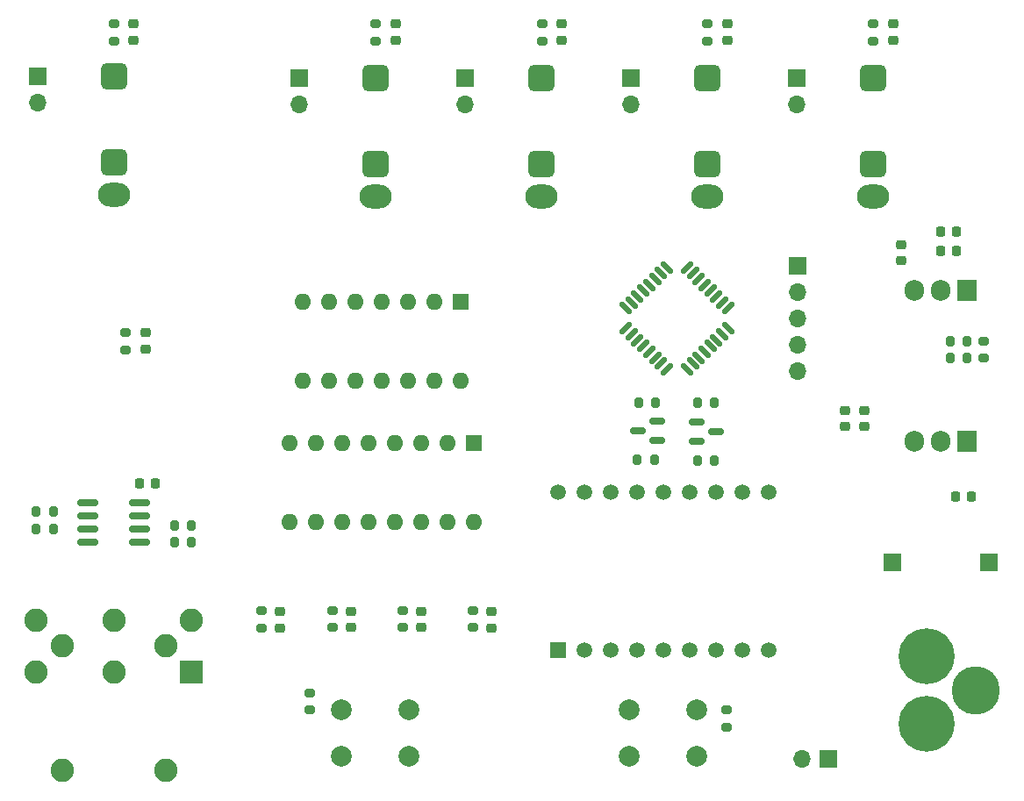
<source format=gbr>
%TF.GenerationSoftware,KiCad,Pcbnew,7.0.7*%
%TF.CreationDate,2023-11-07T21:09:30+00:00*%
%TF.ProjectId,clock_divider,636c6f63-6b5f-4646-9976-696465722e6b,rev?*%
%TF.SameCoordinates,Original*%
%TF.FileFunction,Soldermask,Top*%
%TF.FilePolarity,Negative*%
%FSLAX46Y46*%
G04 Gerber Fmt 4.6, Leading zero omitted, Abs format (unit mm)*
G04 Created by KiCad (PCBNEW 7.0.7) date 2023-11-07 21:09:30*
%MOMM*%
%LPD*%
G01*
G04 APERTURE LIST*
G04 Aperture macros list*
%AMRoundRect*
0 Rectangle with rounded corners*
0 $1 Rounding radius*
0 $2 $3 $4 $5 $6 $7 $8 $9 X,Y pos of 4 corners*
0 Add a 4 corners polygon primitive as box body*
4,1,4,$2,$3,$4,$5,$6,$7,$8,$9,$2,$3,0*
0 Add four circle primitives for the rounded corners*
1,1,$1+$1,$2,$3*
1,1,$1+$1,$4,$5*
1,1,$1+$1,$6,$7*
1,1,$1+$1,$8,$9*
0 Add four rect primitives between the rounded corners*
20,1,$1+$1,$2,$3,$4,$5,0*
20,1,$1+$1,$4,$5,$6,$7,0*
20,1,$1+$1,$6,$7,$8,$9,0*
20,1,$1+$1,$8,$9,$2,$3,0*%
G04 Aperture macros list end*
%ADD10RoundRect,0.225000X0.250000X-0.225000X0.250000X0.225000X-0.250000X0.225000X-0.250000X-0.225000X0*%
%ADD11RoundRect,0.225000X-0.225000X-0.250000X0.225000X-0.250000X0.225000X0.250000X-0.225000X0.250000X0*%
%ADD12C,1.500000*%
%ADD13R,1.500000X1.500000*%
%ADD14R,1.700000X1.700000*%
%ADD15O,1.700000X1.700000*%
%ADD16RoundRect,0.650000X-0.650000X-0.650000X0.650000X-0.650000X0.650000X0.650000X-0.650000X0.650000X0*%
%ADD17O,3.100000X2.300000*%
%ADD18RoundRect,0.218750X-0.256250X0.218750X-0.256250X-0.218750X0.256250X-0.218750X0.256250X0.218750X0*%
%ADD19RoundRect,0.218750X0.256250X-0.218750X0.256250X0.218750X-0.256250X0.218750X-0.256250X-0.218750X0*%
%ADD20RoundRect,0.200000X-0.200000X-0.275000X0.200000X-0.275000X0.200000X0.275000X-0.200000X0.275000X0*%
%ADD21C,2.000000*%
%ADD22R,1.600000X1.600000*%
%ADD23O,1.600000X1.600000*%
%ADD24RoundRect,0.125000X0.353553X-0.530330X0.530330X-0.353553X-0.353553X0.530330X-0.530330X0.353553X0*%
%ADD25RoundRect,0.125000X-0.353553X-0.530330X0.530330X0.353553X0.353553X0.530330X-0.530330X-0.353553X0*%
%ADD26RoundRect,0.200000X0.275000X-0.200000X0.275000X0.200000X-0.275000X0.200000X-0.275000X-0.200000X0*%
%ADD27RoundRect,0.200000X-0.275000X0.200000X-0.275000X-0.200000X0.275000X-0.200000X0.275000X0.200000X0*%
%ADD28RoundRect,0.200000X0.200000X0.275000X-0.200000X0.275000X-0.200000X-0.275000X0.200000X-0.275000X0*%
%ADD29O,1.905000X2.000000*%
%ADD30R,1.905000X2.000000*%
%ADD31C,4.650000*%
%ADD32C,5.385000*%
%ADD33RoundRect,0.150000X0.587500X0.150000X-0.587500X0.150000X-0.587500X-0.150000X0.587500X-0.150000X0*%
%ADD34RoundRect,0.150000X-0.587500X-0.150000X0.587500X-0.150000X0.587500X0.150000X-0.587500X0.150000X0*%
%ADD35RoundRect,0.150000X-0.825000X-0.150000X0.825000X-0.150000X0.825000X0.150000X-0.825000X0.150000X0*%
%ADD36R,2.250000X2.250000*%
%ADD37C,2.250000*%
G04 APERTURE END LIST*
D10*
%TO.C,C4*%
X178000000Y-62785000D03*
X178000000Y-61235000D03*
%TD*%
D11*
%TO.C,C5*%
X184775000Y-85500000D03*
X183225000Y-85500000D03*
%TD*%
D10*
%TO.C,C7*%
X174380000Y-78785000D03*
X174380000Y-77235000D03*
%TD*%
D11*
%TO.C,C11*%
X181785000Y-61835000D03*
X183335000Y-61835000D03*
%TD*%
D12*
%TO.C,U6*%
X144870000Y-85140000D03*
X147410000Y-85140000D03*
X149950000Y-85140000D03*
X152490000Y-85140000D03*
X155030000Y-85140000D03*
X157570000Y-85140000D03*
X160110000Y-85140000D03*
X162650000Y-85140000D03*
X165190000Y-85140000D03*
X165190000Y-100380000D03*
X162650000Y-100380000D03*
X160110000Y-100380000D03*
X157570000Y-100380000D03*
X155030000Y-100380000D03*
X152490000Y-100380000D03*
X149950000Y-100380000D03*
X147410000Y-100380000D03*
D13*
X144870000Y-100380000D03*
%TD*%
D14*
%TO.C,J16*%
X94620000Y-44992500D03*
D15*
X94620000Y-47532500D03*
%TD*%
D14*
%TO.C,J15*%
X167920000Y-45170000D03*
D15*
X167920000Y-47710000D03*
%TD*%
D14*
%TO.C,J14*%
X151920000Y-45170000D03*
D15*
X151920000Y-47710000D03*
%TD*%
D14*
%TO.C,J13*%
X135920000Y-45170000D03*
D15*
X135920000Y-47710000D03*
%TD*%
D14*
%TO.C,J12*%
X119920000Y-45170000D03*
D15*
X119920000Y-47710000D03*
%TD*%
D16*
%TO.C,J10*%
X175300000Y-53470000D03*
X175300000Y-45170000D03*
D17*
X175300000Y-56570000D03*
%TD*%
D18*
%TO.C,D10*%
X118070000Y-96630000D03*
X118070000Y-98205000D03*
%TD*%
D19*
%TO.C,D1*%
X105040000Y-71277500D03*
X105040000Y-69702500D03*
%TD*%
D10*
%TO.C,C9*%
X172529999Y-77235000D03*
X172529999Y-78785000D03*
%TD*%
D20*
%TO.C,R18*%
X152525000Y-82020000D03*
X154175000Y-82020000D03*
%TD*%
%TO.C,R17*%
X152645000Y-76440000D03*
X154295000Y-76440000D03*
%TD*%
D21*
%TO.C,SW1*%
X130490000Y-110620000D03*
X123990000Y-110620000D03*
X130490000Y-106120000D03*
X123990000Y-106120000D03*
%TD*%
D11*
%TO.C,C13*%
X181785000Y-59985000D03*
X183335000Y-59985000D03*
%TD*%
D22*
%TO.C,U4*%
X135485000Y-66730000D03*
D23*
X132945000Y-66730000D03*
X130405000Y-66730000D03*
X127865000Y-66730000D03*
X125325000Y-66730000D03*
X122785000Y-66730000D03*
X120245000Y-66730000D03*
X120245000Y-74350000D03*
X122785000Y-74350000D03*
X125325000Y-74350000D03*
X127865000Y-74350000D03*
X130405000Y-74350000D03*
X132945000Y-74350000D03*
X135485000Y-74350000D03*
%TD*%
D18*
%TO.C,D7*%
X138470000Y-96620000D03*
X138470000Y-98195000D03*
%TD*%
%TO.C,D8*%
X131670000Y-96610000D03*
X131670000Y-98185000D03*
%TD*%
D24*
%TO.C,U5*%
X151397930Y-67357728D03*
X151963616Y-66792043D03*
X152529301Y-66226357D03*
X153094986Y-65660672D03*
X153660672Y-65094986D03*
X154226357Y-64529301D03*
X154792043Y-63963616D03*
X155357728Y-63397930D03*
D25*
X157302272Y-63397930D03*
X157867957Y-63963616D03*
X158433643Y-64529301D03*
X158999328Y-65094986D03*
X159565014Y-65660672D03*
X160130699Y-66226357D03*
X160696384Y-66792043D03*
X161262070Y-67357728D03*
D24*
X161262070Y-69302272D03*
X160696384Y-69867957D03*
X160130699Y-70433643D03*
X159565014Y-70999328D03*
X158999328Y-71565014D03*
X158433643Y-72130699D03*
X157867957Y-72696384D03*
X157302272Y-73262070D03*
D25*
X155357728Y-73262070D03*
X154792043Y-72696384D03*
X154226357Y-72130699D03*
X153660672Y-71565014D03*
X153094986Y-70999328D03*
X152529301Y-70433643D03*
X151963616Y-69867957D03*
X151397930Y-69302272D03*
%TD*%
D26*
%TO.C,R13*%
X143310000Y-41565000D03*
X143310000Y-39915000D03*
%TD*%
%TO.C,R12*%
X127300000Y-41575000D03*
X127300000Y-39925000D03*
%TD*%
%TO.C,R9*%
X102000000Y-41575000D03*
X102000000Y-39925000D03*
%TD*%
D27*
%TO.C,R1*%
X185955000Y-70540000D03*
X185955000Y-72190000D03*
%TD*%
D28*
%TO.C,R3*%
X96165000Y-87000000D03*
X94515000Y-87000000D03*
%TD*%
D29*
%TO.C,U2*%
X179250000Y-80230000D03*
X181790000Y-80230000D03*
D30*
X184330000Y-80230000D03*
%TD*%
D19*
%TO.C,D4*%
X145190000Y-41487500D03*
X145190000Y-39912500D03*
%TD*%
D14*
%TO.C,J1*%
X177110000Y-91870000D03*
%TD*%
D28*
%TO.C,R22*%
X159977500Y-76440000D03*
X158327500Y-76440000D03*
%TD*%
D20*
%TO.C,R2*%
X94515000Y-88640000D03*
X96165000Y-88640000D03*
%TD*%
D16*
%TO.C,J7*%
X127300000Y-53470000D03*
X127300000Y-45170000D03*
D17*
X127300000Y-56570000D03*
%TD*%
D16*
%TO.C,J6*%
X102000000Y-53292500D03*
X102000000Y-44992500D03*
D17*
X102000000Y-56392500D03*
%TD*%
D28*
%TO.C,R4*%
X109500000Y-89900000D03*
X107850000Y-89900000D03*
%TD*%
D11*
%TO.C,C10*%
X104470000Y-84240000D03*
X106020000Y-84240000D03*
%TD*%
D27*
%TO.C,R23*%
X123070000Y-96532500D03*
X123070000Y-98182500D03*
%TD*%
D21*
%TO.C,SW2*%
X158210000Y-110620000D03*
X151710000Y-110620000D03*
X158210000Y-106120000D03*
X151710000Y-106120000D03*
%TD*%
D28*
%TO.C,R20*%
X159967500Y-82070000D03*
X158317500Y-82070000D03*
%TD*%
D31*
%TO.C,J3*%
X185197500Y-104226000D03*
D32*
X180397500Y-107426000D03*
X180397500Y-100926000D03*
%TD*%
D33*
%TO.C,Q1*%
X154407500Y-80150000D03*
X154407500Y-78250000D03*
X152532500Y-79200000D03*
%TD*%
D34*
%TO.C,Q2*%
X158220000Y-78310000D03*
X158220000Y-80210000D03*
X160095000Y-79260000D03*
%TD*%
D26*
%TO.C,R14*%
X161090000Y-107765000D03*
X161090000Y-106115000D03*
%TD*%
%TO.C,R15*%
X159300000Y-41565000D03*
X159300000Y-39915000D03*
%TD*%
D20*
%TO.C,R8*%
X182680001Y-72155000D03*
X184330001Y-72155000D03*
%TD*%
D27*
%TO.C,R19*%
X136670000Y-98192500D03*
X136670000Y-96542500D03*
%TD*%
D18*
%TO.C,D9*%
X124870000Y-98185000D03*
X124870000Y-96610000D03*
%TD*%
D26*
%TO.C,R16*%
X175300000Y-41575000D03*
X175300000Y-39925000D03*
%TD*%
D27*
%TO.C,R11*%
X120910000Y-104465000D03*
X120910000Y-106115000D03*
%TD*%
D14*
%TO.C,J2*%
X186450000Y-91870000D03*
%TD*%
%TO.C,J5*%
X170940000Y-110870000D03*
D15*
X168400000Y-110870000D03*
%TD*%
D17*
%TO.C,J9*%
X159300000Y-56570000D03*
D16*
X159300000Y-45170000D03*
X159300000Y-53470000D03*
%TD*%
D26*
%TO.C,R7*%
X103160000Y-71355000D03*
X103160000Y-69705000D03*
%TD*%
D19*
%TO.C,D5*%
X161180000Y-41487500D03*
X161180000Y-39912500D03*
%TD*%
D30*
%TO.C,U3*%
X184330000Y-65660000D03*
D29*
X181790000Y-65660000D03*
X179250000Y-65660000D03*
%TD*%
D19*
%TO.C,D2*%
X103880000Y-39922500D03*
X103880000Y-41497500D03*
%TD*%
D14*
%TO.C,J11*%
X168020000Y-63250000D03*
D15*
X168020000Y-65790000D03*
X168020000Y-68330000D03*
X168020000Y-70870000D03*
X168020000Y-73410000D03*
%TD*%
D19*
%TO.C,D6*%
X177180000Y-41497500D03*
X177180000Y-39922500D03*
%TD*%
D20*
%TO.C,R5*%
X107850000Y-88290000D03*
X109500000Y-88290000D03*
%TD*%
D35*
%TO.C,U1*%
X99525000Y-86095000D03*
X99525000Y-87365000D03*
X99525000Y-88635000D03*
X99525000Y-89905000D03*
X104475000Y-89905000D03*
X104475000Y-88635000D03*
X104475000Y-87365000D03*
X104475000Y-86095000D03*
%TD*%
D16*
%TO.C,J8*%
X143300000Y-53470000D03*
X143300000Y-45170000D03*
D17*
X143300000Y-56570000D03*
%TD*%
D22*
%TO.C,U7*%
X136755000Y-80360000D03*
D23*
X134215000Y-80360000D03*
X131675000Y-80360000D03*
X129135000Y-80360000D03*
X126595000Y-80360000D03*
X124055000Y-80360000D03*
X121515000Y-80360000D03*
X118975000Y-80360000D03*
X118975000Y-87980000D03*
X121515000Y-87980000D03*
X124055000Y-87980000D03*
X126595000Y-87980000D03*
X129135000Y-87980000D03*
X131675000Y-87980000D03*
X134215000Y-87980000D03*
X136755000Y-87980000D03*
%TD*%
D19*
%TO.C,D3*%
X129180000Y-41497500D03*
X129180000Y-39922500D03*
%TD*%
D27*
%TO.C,R21*%
X129870000Y-96532500D03*
X129870000Y-98182500D03*
%TD*%
D20*
%TO.C,R6*%
X182680001Y-70545000D03*
X184330001Y-70545000D03*
%TD*%
D36*
%TO.C,J4*%
X109500000Y-102450000D03*
D37*
X102000000Y-102450000D03*
X94500000Y-102450000D03*
X107000000Y-99950000D03*
X97000000Y-99950000D03*
X109500000Y-97450000D03*
X94500000Y-97450000D03*
X102000000Y-97450000D03*
X107000000Y-111950000D03*
X97000000Y-111950000D03*
%TD*%
D27*
%TO.C,R24*%
X116270000Y-96572500D03*
X116270000Y-98222500D03*
%TD*%
M02*

</source>
